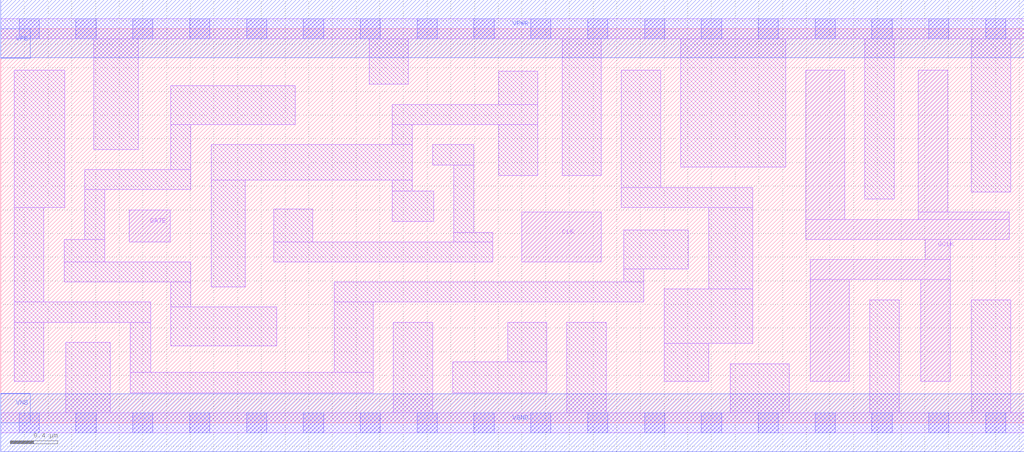
<source format=lef>
# Copyright 2020 The SkyWater PDK Authors
#
# Licensed under the Apache License, Version 2.0 (the "License");
# you may not use this file except in compliance with the License.
# You may obtain a copy of the License at
#
#     https://www.apache.org/licenses/LICENSE-2.0
#
# Unless required by applicable law or agreed to in writing, software
# distributed under the License is distributed on an "AS IS" BASIS,
# WITHOUT WARRANTIES OR CONDITIONS OF ANY KIND, either express or implied.
# See the License for the specific language governing permissions and
# limitations under the License.
#
# SPDX-License-Identifier: Apache-2.0

VERSION 5.5 ;
NAMESCASESENSITIVE ON ;
BUSBITCHARS "[]" ;
DIVIDERCHAR "/" ;
MACRO sky130_fd_sc_hs__dlclkp_4
  CLASS CORE ;
  SOURCE USER ;
  ORIGIN  0.000000  0.000000 ;
  SIZE  8.640000 BY  3.330000 ;
  SYMMETRY X Y ;
  SITE unit ;
  PIN GATE
    ANTENNAGATEAREA  0.246000 ;
    DIRECTION INPUT ;
    USE SIGNAL ;
    PORT
      LAYER li1 ;
        RECT 1.085000 1.530000 1.430000 1.800000 ;
    END
  END GATE
  PIN GCLK
    ANTENNADIFFAREA  1.103200 ;
    DIRECTION OUTPUT ;
    USE SIGNAL ;
    PORT
      LAYER li1 ;
        RECT 6.795000 1.550000 8.515000 1.720000 ;
        RECT 6.795000 1.720000 7.125000 2.980000 ;
        RECT 6.835000 0.350000 7.165000 1.210000 ;
        RECT 6.835000 1.210000 8.015000 1.380000 ;
        RECT 7.745000 1.720000 8.515000 1.780000 ;
        RECT 7.745000 1.780000 7.995000 2.980000 ;
        RECT 7.765000 0.350000 8.015000 1.210000 ;
        RECT 7.805000 1.380000 8.015000 1.550000 ;
    END
  END GCLK
  PIN CLK
    ANTENNAGATEAREA  0.516000 ;
    DIRECTION INPUT ;
    USE CLOCK ;
    PORT
      LAYER li1 ;
        RECT 4.400000 1.360000 5.070000 1.780000 ;
    END
  END CLK
  PIN VGND
    DIRECTION INOUT ;
    USE GROUND ;
    PORT
      LAYER met1 ;
        RECT 0.000000 -0.245000 8.640000 0.245000 ;
    END
  END VGND
  PIN VNB
    DIRECTION INOUT ;
    USE GROUND ;
    PORT
    END
  END VNB
  PIN VPB
    DIRECTION INOUT ;
    USE POWER ;
    PORT
    END
  END VPB
  PIN VNB
    DIRECTION INOUT ;
    USE GROUND ;
    PORT
      LAYER met1 ;
        RECT 0.000000 0.000000 0.250000 0.250000 ;
    END
  END VNB
  PIN VPB
    DIRECTION INOUT ;
    USE POWER ;
    PORT
      LAYER met1 ;
        RECT 0.000000 3.080000 0.250000 3.330000 ;
    END
  END VPB
  PIN VPWR
    DIRECTION INOUT ;
    USE POWER ;
    PORT
      LAYER met1 ;
        RECT 0.000000 3.085000 8.640000 3.575000 ;
    END
  END VPWR
  OBS
    LAYER li1 ;
      RECT 0.000000 -0.085000 8.640000 0.085000 ;
      RECT 0.000000  3.245000 8.640000 3.415000 ;
      RECT 0.115000  0.350000 0.365000 0.850000 ;
      RECT 0.115000  0.850000 1.265000 1.020000 ;
      RECT 0.115000  1.020000 0.365000 1.820000 ;
      RECT 0.115000  1.820000 0.540000 2.980000 ;
      RECT 0.535000  1.190000 1.605000 1.360000 ;
      RECT 0.535000  1.360000 0.880000 1.550000 ;
      RECT 0.550000  0.085000 0.925000 0.680000 ;
      RECT 0.710000  1.550000 0.880000 1.970000 ;
      RECT 0.710000  1.970000 1.605000 2.140000 ;
      RECT 0.785000  2.310000 1.160000 3.245000 ;
      RECT 1.095000  0.255000 3.145000 0.425000 ;
      RECT 1.095000  0.425000 1.265000 0.850000 ;
      RECT 1.435000  0.650000 2.330000 0.980000 ;
      RECT 1.435000  0.980000 1.605000 1.190000 ;
      RECT 1.435000  2.140000 1.605000 2.520000 ;
      RECT 1.435000  2.520000 2.485000 2.850000 ;
      RECT 1.775000  1.150000 2.065000 2.050000 ;
      RECT 1.775000  2.050000 3.475000 2.350000 ;
      RECT 2.305000  1.360000 4.155000 1.530000 ;
      RECT 2.305000  1.530000 2.635000 1.805000 ;
      RECT 2.815000  0.425000 3.145000 1.020000 ;
      RECT 2.815000  1.020000 5.430000 1.190000 ;
      RECT 3.110000  2.860000 3.440000 3.245000 ;
      RECT 3.305000  1.700000 3.655000 1.960000 ;
      RECT 3.305000  1.960000 3.475000 2.050000 ;
      RECT 3.305000  2.350000 3.475000 2.520000 ;
      RECT 3.305000  2.520000 4.535000 2.690000 ;
      RECT 3.315000  0.085000 3.645000 0.850000 ;
      RECT 3.645000  2.180000 3.995000 2.350000 ;
      RECT 3.815000  0.255000 4.610000 0.515000 ;
      RECT 3.825000  1.530000 4.155000 1.610000 ;
      RECT 3.825000  1.610000 3.995000 2.180000 ;
      RECT 4.205000  2.090000 4.535000 2.520000 ;
      RECT 4.205000  2.690000 4.535000 2.970000 ;
      RECT 4.280000  0.515000 4.610000 0.850000 ;
      RECT 4.740000  2.090000 5.070000 3.245000 ;
      RECT 4.780000  0.085000 5.110000 0.850000 ;
      RECT 5.240000  1.820000 6.350000 1.990000 ;
      RECT 5.240000  1.990000 5.570000 2.980000 ;
      RECT 5.260000  1.190000 5.430000 1.300000 ;
      RECT 5.260000  1.300000 5.805000 1.630000 ;
      RECT 5.600000  0.350000 5.975000 0.670000 ;
      RECT 5.600000  0.670000 6.350000 1.130000 ;
      RECT 5.740000  2.160000 6.625000 3.245000 ;
      RECT 5.975000  1.130000 6.350000 1.820000 ;
      RECT 6.160000  0.085000 6.655000 0.500000 ;
      RECT 7.295000  1.890000 7.545000 3.245000 ;
      RECT 7.335000  0.085000 7.585000 1.040000 ;
      RECT 8.195000  0.085000 8.525000 1.040000 ;
      RECT 8.195000  1.950000 8.525000 3.245000 ;
    LAYER mcon ;
      RECT 0.155000 -0.085000 0.325000 0.085000 ;
      RECT 0.155000  3.245000 0.325000 3.415000 ;
      RECT 0.635000 -0.085000 0.805000 0.085000 ;
      RECT 0.635000  3.245000 0.805000 3.415000 ;
      RECT 1.115000 -0.085000 1.285000 0.085000 ;
      RECT 1.115000  3.245000 1.285000 3.415000 ;
      RECT 1.595000 -0.085000 1.765000 0.085000 ;
      RECT 1.595000  3.245000 1.765000 3.415000 ;
      RECT 2.075000 -0.085000 2.245000 0.085000 ;
      RECT 2.075000  3.245000 2.245000 3.415000 ;
      RECT 2.555000 -0.085000 2.725000 0.085000 ;
      RECT 2.555000  3.245000 2.725000 3.415000 ;
      RECT 3.035000 -0.085000 3.205000 0.085000 ;
      RECT 3.035000  3.245000 3.205000 3.415000 ;
      RECT 3.515000 -0.085000 3.685000 0.085000 ;
      RECT 3.515000  3.245000 3.685000 3.415000 ;
      RECT 3.995000 -0.085000 4.165000 0.085000 ;
      RECT 3.995000  3.245000 4.165000 3.415000 ;
      RECT 4.475000 -0.085000 4.645000 0.085000 ;
      RECT 4.475000  3.245000 4.645000 3.415000 ;
      RECT 4.955000 -0.085000 5.125000 0.085000 ;
      RECT 4.955000  3.245000 5.125000 3.415000 ;
      RECT 5.435000 -0.085000 5.605000 0.085000 ;
      RECT 5.435000  3.245000 5.605000 3.415000 ;
      RECT 5.915000 -0.085000 6.085000 0.085000 ;
      RECT 5.915000  3.245000 6.085000 3.415000 ;
      RECT 6.395000 -0.085000 6.565000 0.085000 ;
      RECT 6.395000  3.245000 6.565000 3.415000 ;
      RECT 6.875000 -0.085000 7.045000 0.085000 ;
      RECT 6.875000  3.245000 7.045000 3.415000 ;
      RECT 7.355000 -0.085000 7.525000 0.085000 ;
      RECT 7.355000  3.245000 7.525000 3.415000 ;
      RECT 7.835000 -0.085000 8.005000 0.085000 ;
      RECT 7.835000  3.245000 8.005000 3.415000 ;
      RECT 8.315000 -0.085000 8.485000 0.085000 ;
      RECT 8.315000  3.245000 8.485000 3.415000 ;
  END
END sky130_fd_sc_hs__dlclkp_4
END LIBRARY

</source>
